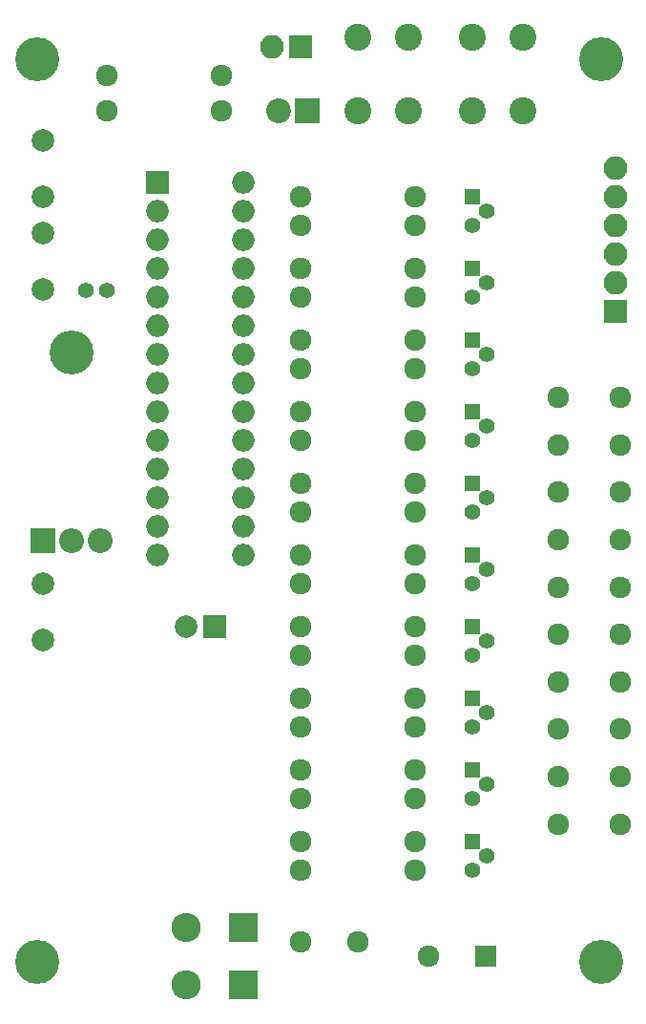
<source format=gbr>
G04 #@! TF.FileFunction,Soldermask,Bot*
%FSLAX46Y46*%
G04 Gerber Fmt 4.6, Leading zero omitted, Abs format (unit mm)*
G04 Created by KiCad (PCBNEW 4.0.3+e1-6302~38~ubuntu14.04.1-stable) date Fri Mar 24 19:53:49 2017*
%MOMM*%
%LPD*%
G01*
G04 APERTURE LIST*
%ADD10C,0.100000*%
%ADD11C,2.000000*%
%ADD12O,3.900000X3.900000*%
%ADD13R,2.200000X2.200000*%
%ADD14O,2.200000X2.200000*%
%ADD15C,2.400000*%
%ADD16C,1.924000*%
%ADD17R,2.000000X2.000000*%
%ADD18O,2.000000X2.000000*%
%ADD19C,3.900000*%
%ADD20C,1.400000*%
%ADD21R,1.400000X1.400000*%
%ADD22R,2.600000X2.600000*%
%ADD23O,2.600000X2.600000*%
%ADD24C,2.200000*%
%ADD25R,2.100000X2.100000*%
%ADD26O,2.100000X2.100000*%
%ADD27R,1.924000X1.924000*%
G04 APERTURE END LIST*
D10*
D11*
X110490000Y-96520000D03*
X110490000Y-101520000D03*
D12*
X113030000Y-76050000D03*
D13*
X110490000Y-92710000D03*
D14*
X113030000Y-92710000D03*
X115570000Y-92710000D03*
D15*
X153090000Y-54610000D03*
X148590000Y-54610000D03*
X153090000Y-48110000D03*
X148590000Y-48110000D03*
D16*
X138430000Y-128270000D03*
X133350000Y-128270000D03*
D17*
X120650000Y-60960000D03*
D18*
X128270000Y-93980000D03*
X120650000Y-63500000D03*
X128270000Y-91440000D03*
X120650000Y-66040000D03*
X128270000Y-88900000D03*
X120650000Y-68580000D03*
X128270000Y-86360000D03*
X120650000Y-71120000D03*
X128270000Y-83820000D03*
X120650000Y-73660000D03*
X128270000Y-81280000D03*
X120650000Y-76200000D03*
X128270000Y-78740000D03*
X120650000Y-78740000D03*
X128270000Y-76200000D03*
X120650000Y-81280000D03*
X128270000Y-73660000D03*
X120650000Y-83820000D03*
X128270000Y-71120000D03*
X120650000Y-86360000D03*
X128270000Y-68580000D03*
X120650000Y-88900000D03*
X128270000Y-66040000D03*
X120650000Y-91440000D03*
X128270000Y-63500000D03*
X120650000Y-93980000D03*
X128270000Y-60960000D03*
D19*
X110000000Y-50000000D03*
D15*
X142930000Y-54610000D03*
X138430000Y-54610000D03*
X142930000Y-48110000D03*
X138430000Y-48110000D03*
D20*
X149860000Y-120650000D03*
X148590000Y-121920000D03*
D21*
X148590000Y-119380000D03*
D22*
X128270000Y-127000000D03*
D23*
X123190000Y-127000000D03*
D13*
X133985000Y-54610000D03*
D24*
X131445000Y-54610000D03*
D20*
X149860000Y-114300000D03*
X148590000Y-115570000D03*
D21*
X148590000Y-113030000D03*
D20*
X149860000Y-107950000D03*
X148590000Y-109220000D03*
D21*
X148590000Y-106680000D03*
D20*
X149860000Y-101600000D03*
X148590000Y-102870000D03*
D21*
X148590000Y-100330000D03*
D20*
X149860000Y-95250000D03*
X148590000Y-96520000D03*
D21*
X148590000Y-93980000D03*
D20*
X149860000Y-88900000D03*
X148590000Y-90170000D03*
D21*
X148590000Y-87630000D03*
D20*
X149860000Y-82550000D03*
X148590000Y-83820000D03*
D21*
X148590000Y-81280000D03*
D20*
X149860000Y-76200000D03*
X148590000Y-77470000D03*
D21*
X148590000Y-74930000D03*
D20*
X149860000Y-69850000D03*
X148590000Y-71120000D03*
D21*
X148590000Y-68580000D03*
D20*
X149860000Y-63500000D03*
X148590000Y-64770000D03*
D21*
X148590000Y-62230000D03*
D16*
X126365000Y-54610000D03*
X116205000Y-54610000D03*
X126365000Y-51435000D03*
X116205000Y-51435000D03*
X133350000Y-121920000D03*
X143510000Y-121920000D03*
X133350000Y-115570000D03*
X143510000Y-115570000D03*
X133350000Y-109220000D03*
X143510000Y-109220000D03*
X133350000Y-102870000D03*
X143510000Y-102870000D03*
X133350000Y-96520000D03*
X143510000Y-96520000D03*
X133350000Y-90170000D03*
X143510000Y-90170000D03*
X133350000Y-83820000D03*
X143510000Y-83820000D03*
X133350000Y-77470000D03*
X143510000Y-77470000D03*
X133350000Y-71120000D03*
X143510000Y-71120000D03*
X133350000Y-64770000D03*
X143510000Y-64770000D03*
D20*
X116205000Y-70485000D03*
X114305000Y-70485000D03*
D16*
X133350000Y-119380000D03*
X143510000Y-119380000D03*
X133350000Y-113030000D03*
X143510000Y-113030000D03*
X133350000Y-106680000D03*
X143510000Y-106680000D03*
X133350000Y-100330000D03*
X143510000Y-100330000D03*
X133350000Y-93980000D03*
X143510000Y-93980000D03*
X133350000Y-87630000D03*
X143510000Y-87630000D03*
X133350000Y-81280000D03*
X143510000Y-81280000D03*
X133350000Y-74930000D03*
X143510000Y-74930000D03*
X133350000Y-68580000D03*
X143510000Y-68580000D03*
X133350000Y-62230000D03*
X143510000Y-62230000D03*
D25*
X161290000Y-72390000D03*
D26*
X161290000Y-69850000D03*
X161290000Y-67310000D03*
X161290000Y-64770000D03*
X161290000Y-62230000D03*
X161290000Y-59690000D03*
D25*
X133350000Y-48895000D03*
D26*
X130810000Y-48895000D03*
D16*
X156210000Y-80010000D03*
X161710000Y-80010000D03*
X156210000Y-84210000D03*
X161710000Y-84210000D03*
X156210000Y-88410000D03*
X161710000Y-88410000D03*
X156210000Y-92610000D03*
X161710000Y-92610000D03*
X156210000Y-96810000D03*
X161710000Y-96810000D03*
X156210000Y-101010000D03*
X161710000Y-101010000D03*
X156210000Y-105210000D03*
X161710000Y-105210000D03*
X156210000Y-109410000D03*
X161710000Y-109410000D03*
X156210000Y-113610000D03*
X161710000Y-113610000D03*
X156210000Y-117810000D03*
X161710000Y-117810000D03*
D19*
X160000000Y-50000000D03*
X160000000Y-130000000D03*
X110000000Y-130000000D03*
D16*
X144740000Y-129530000D03*
D27*
X149740000Y-129530000D03*
D11*
X110490000Y-62230000D03*
X110490000Y-57230000D03*
X110490000Y-65405000D03*
X110490000Y-70405000D03*
D17*
X125730000Y-100330000D03*
D11*
X123230000Y-100330000D03*
D22*
X128270000Y-132080000D03*
D23*
X123190000Y-132080000D03*
M02*

</source>
